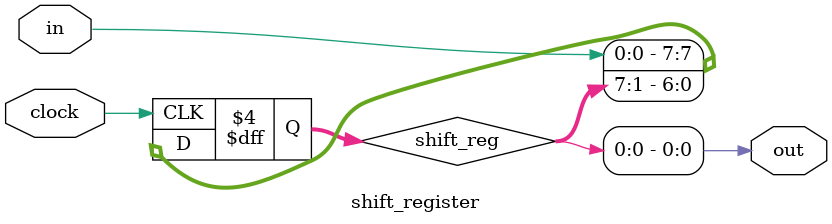
<source format=sv>
module shift_register #(width=8) (
  input logic clock,
  input logic in,
  output logic out
);

logic[width-1:0] shift_reg;

`ifdef MODEL_TECH
`else
initial shift_reg = {width{1'b0}};
`endif

always_comb begin
  out = shift_reg[0];
end

always_ff @ (posedge clock) begin
  shift_reg <= { in, shift_reg[width-1:1] };
end

endmodule

</source>
